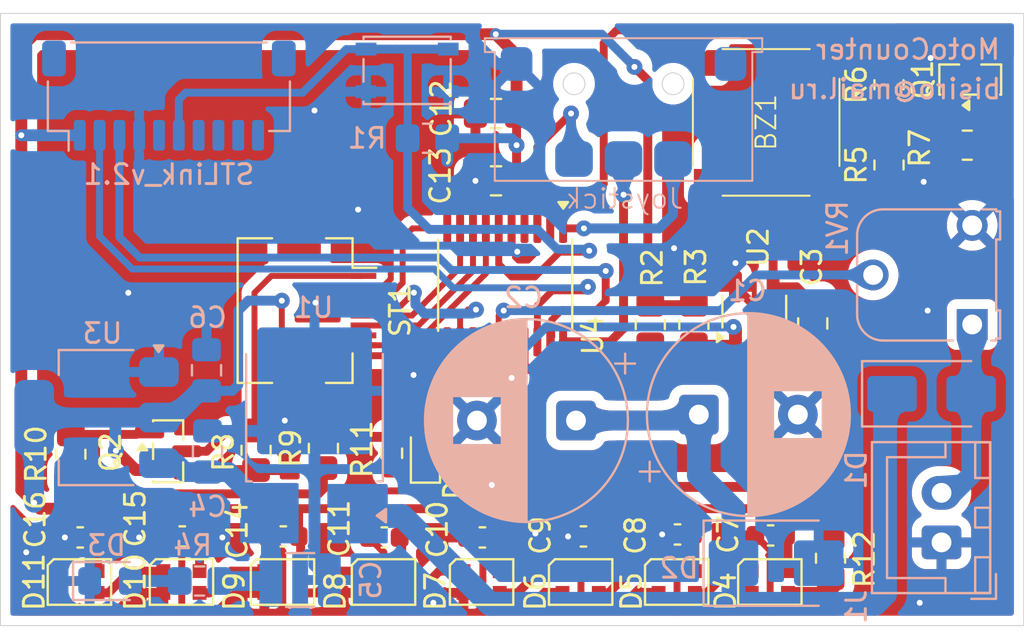
<source format=kicad_pcb>
(kicad_pcb (version 20241229) (generator "pcbnew") (generator_version "9.0")
  (layers (0 "F.Cu" signal) (2 "B.Cu" signal) (13 "F.Paste" user) (15 "B.Paste" user) (5 "F.SilkS" user "F.Silkscreen") (7 "B.SilkS" user "B.Silkscreen") (1 "F.Mask" user) (3 "B.Mask" user) (25 "Edge.Cuts" user))
  (net 0 "")
  (net 1 "Net-(BZ1-Pad2)")
  (net 2 "Net-(Q1-D)")
  (net 5 "Net-(D1-K)")
  (net 6 "GND")
  (net 7 "+3.3V")
  (net 8 "+5V")
  (net 9 "ADC")
  (net 10 "Net-(D3-A)")
  (net 11 "Net-(D4-DOUT)")
  (net 12 "ws2812")
  (net 13 "Net-(D5-DOUT)")
  (net 14 "Net-(D6-DOUT)")
  (net 15 "Net-(D7-DOUT)")
  (net 16 "Net-(D8-DOUT)")
  (net 17 "Net-(D10-DIN)")
  (net 18 "Net-(D10-DOUT)")
  (net 20 "SWCLK")
  (net 21 "SWDIO")
  (net 22 "rst")
  (net 23 "Net-(Q1-G)")
  (net 24 "Net-(Q2-G)")
  (net 25 "LED_display")
  (net 26 "SDA")
  (net 27 "SCL")
  (net 28 "buzzer")
  (net 29 "backlight")
  (net 30 "ADC2MCU")
  (net 32 "LEFT_BUTTON")
  (net 33 "RIGHT_BUTTON")
  (net 34 "OK_BUTTON")
  (net 35 "SCK")
  (net 36 "DC_disp")
  (net 37 "MOSI")
  (net 38 "RESET_disp")
  (net 39 "CS_disp")
  (net 40 "Net-(D12-K)")
  (net 41 "PWM_LED")
  (net 42 "Net-(D4-DIN)")
  (footprint "Capacitor_SMD:C_0603_1608Metric" (layer "F.Cu") (at 146.125 100.6)
    (property "Reference" "C10")
    (property "Value" "100n" (hide yes))
  )
  (footprint "Capacitor_SMD:C_0603_1608Metric" (layer "F.Cu") (at 160.675 100.5 180)
    (property "Reference" "C7")
    (property "Value" "100n" (hide yes))
  )
  (footprint "Capacitor_SMD:C_0805_2012Metric_Pad1.18x1.45mm_HandSolder" (layer "F.Cu") (at 146.8125 82.6)
    (property "Reference" "C13")
    (property "Value" "100n" (hide yes))
  )
  (footprint "Package_SO:TSSOP-20_4.4x6.5mm_P0.65mm" (layer "F.Cu") (at 147.275 87.8625 -90)
    (property "Reference" "U4")
    (property "Value" "STM32G030F6Px")
  )
  (footprint "Resistor_SMD:R_0805_2012Metric_Pad1.20x1.40mm_HandSolder" (layer "F.Cu") (at 156.8 89.85 -90)
    (property "Reference" "R3")
    (property "Value" "10k" (hide yes))
  )
  (footprint "Package_TO_SOT_SMD:SOT-23" (layer "F.Cu") (at 170.75 77.4875 90)
    (property "Reference" "Q1")
    (property "Value" "AO3400A" (hide yes))
  )
  (footprint "LED_SMD:LED_WS2812B-2020_PLCC4_2.0x2.0mm" (layer "F.Cu") (at 160.635 102.85)
    (property "Reference" "D4")
    (property "Value" "WS2812B-2020" (hide yes))
  )
  (footprint "Resistor_SMD:R_0805_2012Metric_Pad1.20x1.40mm_HandSolder" (layer "F.Cu") (at 134.7 96.2 90)
    (property "Reference" "R8")
    (property "Value" "100" (hide yes))
  )
  (footprint "Resistor_SMD:R_0805_2012Metric_Pad1.20x1.40mm_HandSolder" (layer "F.Cu") (at 154.6 89.85 -90)
    (property "Reference" "R2")
    (property "Value" "10k" (hide yes))
  )
  (footprint "Capacitor_SMD:C_0603_1608Metric" (layer "F.Cu") (at 136.075 100.55)
    (property "Reference" "C14")
    (property "Value" "100n" (hide yes))
  )
  (footprint "LED_SMD:LED_WS2812B-2020_PLCC4_2.0x2.0mm" (layer "F.Cu") (at 125.785 102.85)
    (property "Reference" "D11")
    (property "Value" "WS2812B-2020" (hide yes))
  )
  (footprint "own_library:Buzzer_7525" (layer "F.Cu") (at 160.45 79.65)
    (property "Reference" "BZ1")
    (property "Value" "BZ7525")
  )
  (footprint "Capacitor_SMD:C_0603_1608Metric" (layer "F.Cu") (at 125.825 100.6)
    (property "Reference" "C16")
    (property "Value" "100n" (hide yes))
  )
  (footprint "LED_SMD:LED_WS2812B-2020_PLCC4_2.0x2.0mm" (layer "F.Cu") (at 155.935 102.85)
    (property "Reference" "D5")
    (property "Value" "WS2812B-2020" (hide yes))
  )
  (footprint "LED_SMD:LED_WS2812B-2020_PLCC4_2.0x2.0mm" (layer "F.Cu") (at 141.135 102.85)
    (property "Reference" "D8")
    (property "Value" "WS2812B-2020" (hide yes))
  )
  (footprint "LED_SMD:LED_WS2812B-2020_PLCC4_2.0x2.0mm" (layer "F.Cu") (at 136.035 102.85)
    (property "Reference" "D9")
    (property "Value" "WS2812B-2020" (hide yes))
  )
  (footprint "Package_TO_SOT_SMD:SOT-23-5_HandSoldering" (layer "F.Cu") (at 159.85 89.3 90)
    (property "Reference" "U2")
    (property "Value" "AT24CS02-STUM" (hide yes))
  )
  (footprint "Capacitor_SMD:C_0603_1608Metric" (layer "F.Cu") (at 141.175 100.6)
    (property "Reference" "C11")
    (property "Value" "100n" (hide yes))
  )
  (footprint "Capacitor_SMD:C_0603_1608Metric" (layer "F.Cu") (at 151.225 100.55)
    (property "Reference" "C9")
    (property "Value" "100n" (hide yes))
  )
  (footprint "Package_TO_SOT_SMD:SOT-23" (layer "F.Cu") (at 130.2625 96.25)
    (property "Reference" "Q2")
    (property "Value" "AO3401A" (hide yes))
  )
  (footprint "Connector_FFC-FPC:Hirose_FH12-8S-0.5SH_1x08-1MP_P0.50mm_Horizontal" (layer "F.Cu") (at 138.27074 89.15 -90)
    (property "Reference" "ST1")
    (property "Value" "display")
  )
  (footprint "Capacitor_SMD:C_0805_2012Metric_Pad1.18x1.45mm_HandSolder" (layer "F.Cu") (at 162.8 89.8 -90)
    (property "Reference" "C3")
    (property "Value" "100n" (hide yes))
  )
  (footprint "Capacitor_SMD:C_0603_1608Metric" (layer "F.Cu") (at 130.975 100.55)
    (property "Reference" "C15")
    (property "Value" "100n" (hide yes))
  )
  (footprint "LED_SMD:LED_WS2812B-2020_PLCC4_2.0x2.0mm" (layer "F.Cu") (at 146.085 102.85)
    (property "Reference" "D7")
    (property "Value" "WS2812B-2020" (hide yes))
  )
  (footprint "Resistor_SMD:R_0805_2012Metric_Pad1.20x1.40mm_HandSolder" (layer "F.Cu") (at 138.1 96.1 90)
    (property "Reference" "R9")
    (property "Value" "100" (hide yes))
  )
  (footprint "Capacitor_SMD:C_0805_2012Metric_Pad1.18x1.45mm_HandSolder" (layer "F.Cu") (at 146.8125 79.2)
    (property "Reference" "C12")
    (property "Value" "4.7u" (hide yes))
  )
  (footprint "Resistor_SMD:R_0805_2012Metric_Pad1.20x1.40mm_HandSolder" (layer "F.Cu") (at 163.7 101.65 90)
    (property "Reference" "R12")
    (property "Value" "220" (hide yes))
  )
  (footprint "LED_SMD:LED_WS2812B-2020_PLCC4_2.0x2.0mm" (layer "F.Cu") (at 130.935 102.85)
    (property "Reference" "D10")
    (property "Value" "WS2812B-2020" (hide yes))
  )
  (footprint "LED_SMD:LED_0603_1608Metric" (layer "F.Cu") (at 143.25 96.35 90)
    (property "Reference" "D12")
    (property "Value" "LED" (hide yes))
  )
  (footprint "Resistor_SMD:R_0805_2012Metric_Pad1.20x1.40mm_HandSolder" (layer "F.Cu") (at 166.65 81.8 90)
    (property "Reference" "R5")
    (property "Value" "22R" (hide yes))
  )
  (footprint "Resistor_SMD:R_0805_2012Metric_Pad1.20x1.40mm_HandSolder" (layer "F.Cu") (at 166.65 77.75 90)
    (property "Reference" "R6")
    (property "Value" "100" (hide yes))
  )
  (footprint "Capacitor_SMD:C_0603_1608Metric" (layer "F.Cu") (at 155.975 100.45 180)
    (property "Reference" "C8")
    (property "Value" "100n" (hide yes))
  )
  (footprint "Resistor_SMD:R_0805_2012Metric_Pad1.20x1.40mm_HandSolder" (layer "F.Cu") (at 170.6 80.8)
    (property "Reference" "R7")
    (property "Value" "1k" (hide yes))
  )
  (footprint "Resistor_SMD:R_0603_1608Metric" (layer "F.Cu") (at 141.55 96.35 90)
    (property "Reference" "R11")
    (property "Value" "1k" (hide yes))
  )
  (footprint "Resistor_SMD:R_0805_2012Metric_Pad1.20x1.40mm_HandSolder" (layer "F.Cu") (at 125.35 96.4 -90)
    (property "Reference" "R10")
    (property "Value" "10k" (hide yes))
  )
  (footprint "LED_SMD:LED_WS2812B-2020_PLCC4_2.0x2.0mm" (layer "F.Cu") (at 151.085 102.85)
    (property "Reference" "D6")
    (property "Value" "WS2812B-2020" (hide yes))
  )
  (footprint "Button_Switch_SMD:SW_SPST_PTS810" (layer "B.Cu") (at 142.325 77.025)
    (property "Reference" "rst_but1" (hide yes))
    (property "Value" "SW2")
  )
  (footprint "Capacitor_SMD:C_0805_2012Metric_Pad1.18x1.45mm_HandSolder" (layer "B.Cu") (at 132.25 96.2625 90)
    (property "Reference" "C4")
    (property "Value" "100n" (hide yes))
  )
  (footprint "Potentiometer_THT:Potentiometer_Runtron_RM-065_Vertical" (layer "B.Cu") (at 170.85 89.85 90)
    (property "Reference" "RV1")
    (property "Value" "50k" (hide yes))
  )
  (footprint "Capacitor_SMD:C_1210_3225Metric" (layer "B.Cu") (at 136.925 102.75)
    (property "Reference" "C5")
    (property "Value" "100n" (hide yes))
  )
  (footprint "Capacitor_THT:CP_Radial_D10.0mm_P5.00mm" (layer "B.Cu") (at 157.05 94.4)
    (property "Reference" "C1")
    (property "Value" "1000uF" (hide yes))
  )
  (footprint "Package_TO_SOT_SMD:SOT-223-3_TabPin2" (layer "B.Cu") (at 126.65 94.55 180)
    (property "Reference" "U3")
    (property "Value" "AMS1117-3.3" (hide yes))
  )
  (footprint "Diode_SMD:D_SMA" (layer "B.Cu") (at 168.8 93.35)
    (property "Reference" "D1")
    (property "Value" "SS34" (hide yes))
  )
  (footprint "LED_SMD:LED_0805_2012Metric_Pad1.15x1.40mm_HandSolder" (layer "B.Cu") (at 127.325 102.8)
    (property "Reference" "D3")
    (property "Value" "LED" (hide yes))
  )
  (footprint "Resistor_SMD:R_0805_2012Metric_Pad1.20x1.40mm_HandSolder" (layer "B.Cu") (at 143.35 80.45 180)
    (property "Reference" "R1")
    (property "Value" "10k" (hide yes))
  )
  (footprint "Connector_JST:JST_XH_B2B-XH-A_1x02_P2.50mm_Vertical" (layer "B.Cu") (at 169.3 100.85 90)
    (property "Reference" "J1")
    (property "Value" "Conn_01x02_Socket" (hide yes))
  )
  (footprint "Capacitor_SMD:C_0805_2012Metric_Pad1.18x1.45mm_HandSolder" (layer "B.Cu") (at 132.2 92.1625 90)
    (property "Reference" "C6")
    (property "Value" "2.2uF" (hide yes))
  )
  (footprint "Diode_SMD:D_SMB" (layer "B.Cu") (at 160.95 101.9)
    (property "Reference" "D2")
    (property "Value" "SMAJ16A" (hide yes))
  )
  (footprint "Resistor_SMD:R_0805_2012Metric_Pad1.20x1.40mm_HandSolder" (layer "B.Cu") (at 131.85 102.8)
    (property "Reference" "R4")
    (property "Value" "10k" (hide yes))
  )
  (footprint "own_library:slide_button" (layer "B.Cu") (at 153.25 75.9 180)
    (property "Reference" "Joystick")
    (property "Value" "~" (hide yes))
    (fp_circle (center 2.5 -1.8) (end 3.05 -1.8) (stroke (width 0.05)) (fill no) (layer "Edge.Cuts"))
    (fp_circle (center -2.5 -1.8) (end -1.95 -1.8) (stroke (width 0.05)) (fill no) (layer "Edge.Cuts"))
  )
  (footprint "Capacitor_THT:CP_Radial_D10.0mm_P5.00mm" (layer "B.Cu") (at 150.85 94.7 180)
    (property "Reference" "C2")
    (property "Value" "1000uF" (hide yes))
  )
  (footprint "Package_TO_SOT_SMD:TO-252-2" (layer "B.Cu") (at 137.65 94.46 90)
    (property "Reference" "U1")
    (property "Value" "L7805" (hide yes))
  )
  (footprint "Connector_JST:JST_SH_SM10B-SRSS-TB_1x10-1MP_P1.00mm_Horizontal" (layer "B.Cu") (at 130.3 78.3)
    (property "Reference" "STLink_v2.1")
    (property "Value" "~")
  )
  (gr_rect (start 134 97.95) (end 136.75 100.8) (stroke (width 0.2)) (fill yes) (layers "B.Cu" "B.Mask") (net 8))
  (gr_rect (start 138.4 98) (end 141.25 100.8) (stroke (width 0.2)) (fill yes) (layers "B.Cu" "B.Mask") (net 5))
  (gr_rect (start 121.8 74.15) (end 173.45 105.05) (stroke (width 0.05)) (fill no) (layer "Edge.Cuts"))
  (gr_text "bisiro@mail.ru" (at 172.4 78.55 0) (layer "B.SilkS") (effects (font (size 1 1)) (justify left bottom mirror)))
  (gr_text "MotoCounter\n" (at 172.35 76.55 0) (layer "B.SilkS") (effects (font (size 1 1)) (justify left bottom mirror)))
  (segment (start 157.45 81) (end 157.45 82.65) (width 0.4) (layer "F.Cu") (net 1))
  (segment (start 166.65 80.8) (end 166.15 80.3) (width 0.4) (layer "F.Cu") (net 1))
  (segment (start 158.15 80.3) (end 157.45 81) (width 0.4) (layer "F.Cu") (net 1))
  (segment (start 166.15 80.3) (end 158.15 80.3) (width 0.4) (layer "F.Cu") (net 1))
  (segment (start 163.8 84.35) (end 168.55 84.35) (width 0.4) (layer "F.Cu") (net 2))
  (segment (start 169.7 83.2) (end 172 83.2) (width 0.4) (layer "F.Cu") (net 2))
  (segment (start 163.45 84) (end 163.8 84.35) (width 0.4) (layer "F.Cu") (net 2))
  (segment (start 172.2 76.85) (end 171.05 76.85) (width 0.4) (layer "F.Cu") (net 2))
  (segment (start 172.7 77.35) (end 172.2 76.85) (width 0.4) (layer "F.Cu") (net 2))
  (segment (start 171.05 76.85) (end 170.75 76.55) (width 0.35) (layer "F.Cu") (net 2))
  (segment (start 163.45 82.65) (end 163.45 84) (width 0.4) (layer "F.Cu") (net 2))
  (segment (start 168.55 84.35) (end 169.7 83.2) (width 0.4) (layer "F.Cu") (net 2))
  (segment (start 172.7 82.5) (end 172.7 77.35) (width 0.4) (layer "F.Cu") (net 2))
  (segment (start 172 83.2) (end 172.7 82.5) (width 0.4) (layer "F.Cu") (net 2))
  (segment (start 156.75 94.7) (end 157.05 94.4) (width 1) (layer "F.Cu") (net 5))
  (segment (start 150.85 94.7) (end 156.75 94.7) (width 1) (layer "F.Cu") (net 5))
  (segment (start 157.05 97.45) (end 158.8 99.2) (width 1.2) (layer "B.Cu") (net 5))
  (segment (start 165.95 103.95) (end 146.5 103.95) (width 1.2) (layer "B.Cu") (net 5))
  (segment (start 156.65 94.4) (end 156.35 94.7) (width 0.6) (layer "B.Cu") (net 5))
  (segment (start 166.8 93.35) (end 166.45 93.7) (width 1.2) (layer "B.Cu") (net 5))
  (segment (start 166.45 93.7) (end 166.45 103.45) (width 1.2) (layer "B.Cu") (net 5))
  (segment (start 157.05 94.4) (end 156.65 94.4) (width 0.6) (layer "B.Cu") (net 5))
  (segment (start 142.07 99.52) (end 139.95 99.52) (width 1.2) (layer "B.Cu") (net 5))
  (segment (start 139.95 99.52) (end 139.93 99.5) (width 1) (layer "B.Cu") (net 5))
  (segment (start 146.5 103.95) (end 142.07 99.52) (width 1.2) (layer "B.Cu") (net 5))
  (segment (start 156.35 94.7) (end 150.85 94.7) (width 1) (layer "B.Cu") (net 5))
  (segment (start 157.05 94.4) (end 157.05 97.45) (width 1.2) (layer "B.Cu") (net 5))
  (segment (start 158.8 99.2) (end 158.8 103.8) (width 1.2) (layer "B.Cu") (net 5))
  (segment (start 166.45 103.45) (end 165.95 103.95) (width 1.2) (layer "B.Cu") (net 5))
  (segment (start 146.15 101.4) (end 146.15 104.374) (width 0.35) (layer "F.Cu") (net 6))
  (segment (start 135.3 100.55) (end 136.05 101.3) (width 0.35) (layer "F.Cu") (net 6))
  (segment (start 140.4 100.6) (end 141.15 101.35) (width 0.35) (layer "F.Cu") (net 6))
  (segment (start 141.5 87.55) (end 141.5 83.65) (width 0.3) (layer "F.Cu") (net 6))
  (segment (start 159.9 100.5) (end 160.65 101.25) (width 0.35) (layer "F.Cu") (net 6))
  (segment (start 138.55 87.9) (end 137.7 88.75) (width 0.3) (layer "F.Cu") (net 6))
  (segment (start 155.2 100.45) (end 155.95 101.2) (width 0.35) (layer "F.Cu") (net 6))
  (segment (start 159.85 88.9) (end 159.85 90.65) (width 0.45) (layer "F.Cu") (net 6))
  (segment (start 158.9 87.95) (end 159.85 88.9) (width 0.45) (layer "F.Cu") (net 6))
  (segment (start 150.45 100.55) (end 151.1 101.2) (width 0.35) (layer "F.Cu") (net 6))
  (segment (start 141.15 87.9) (end 141.5 87.55) (width 0.3) (layer "F.Cu") (net 6))
  (segment (start 151.1 103.9) (end 151.1 104.15) (width 0.35) (layer "F.Cu") (net 6))
  (segment (start 147.6 85.9) (end 147.6 85) (width 0.4) (layer "F.Cu") (net 6))
  (segment (start 158.9 87.95) (end 158.9 86.75) (width 0.45) (layer "F.Cu") (net 6))
  (segment (start 155.95 101.2) (end 155.95 104.374) (width 0.35) (layer "F.Cu") (net 6))
  (segment (start 145.35 100.6) (end 146.15 101.4) (width 0.35) (layer "F.Cu") (net 6))
  (segment (start 151.1 101.2) (end 151.1 103.9) (width 0.35) (layer "F.Cu") (net 6))
  (segment (start 160.65 101.25) (end 160.65 104.374) (width 0.35) (layer "F.Cu") (net 6))
  (segment (start 142.55 82.6) (end 145.775 82.6) (width 0.3) (layer "F.Cu") (net 6))
  (segment (start 130.95 101.3) (end 130.95 104.374) (width 0.35) (layer "F.Cu") (net 6))
  (segment (start 142.35 104.374) (end 164.05 104.374) (width 0.35) (layer "F.Cu") (net 6))
  (segment (start 131.124 104.374) (end 122.774 104.374) (width 0.35) (layer "F.Cu") (net 6))
  (segment (start 145.775 82.6) (end 145.775 83.275) (width 0.35) (layer "F.Cu") (net 6))
  (segment (start 147.6 84.05) (end 147.6 85) (width 0.35) (layer "F.Cu") (net 6))
  (segment (start 136.05 101.3) (end 136.05 104.374) (width 0.35) (layer "F.Cu") (net 6))
  (segment (start 141.15 101.35) (end 141.15 104.374) (width 0.35) (layer "F.Cu") (net 6))
  (segment (start 131.124 104.374) (end 142.35 104.374) (width 0.35) (layer "F.Cu") (net 6))
  (segment (start 141.5 83.65) (end 142.55 82.6) (width 0.3) (layer "F.Cu") (net 6))
  (segment (start 140.12074 87.9) (end 138.55 87.9) (width 0.3) (layer "F.Cu") (net 6))
  (segment (start 147.877501 86.177501) (end 147.6 85.9) (width 0.4) (layer "F.Cu") (net 6))
  (segment (start 145.775 83.275) (end 146.15 83.65) (width 0.35) (layer "F.Cu") (net 6))
  (segment (start 130.2 100.55) (end 130.95 101.3) (width 0.35) (layer "F.Cu") (net 6))
  (segment (start 147.2 83.65) (end 147.6 84.05) (width 0.35) (layer "F.Cu") (net 6))
  (segment (start 137.7 88.75) (end 137.25 89.2) (width 0.3) (layer "F.Cu") (net 6))
  (segment (start 146.15 83.65) (end 147.2 83.65) (width 0.35) (layer "F.Cu") (net 6))
  (segment (start 147.884575 86.177501) (end 147.877501 86.177501) (width 0.4) (layer "F.Cu") (net 6))
  (segment (start 140.12074 87.9) (end 141.15 87.9) (width 0.3) (layer "F.Cu") (net 6))
  (via (at 139.85 84.05) (size 0.6) (drill 0.3) (layers "F.Cu" "B.Cu") (net 6))
  (via (at 168.6 89.15) (size 0.8) (drill 0.3) (layers "F.Cu" "B.Cu") (net 6))
  (via (at 125.05 100.6) (size 0.6) (drill 0.3) (layers "F.Cu" "B.Cu") (net 6))
  (via (at 146.6 97.95) (size 0.8) (drill 0.3) (layers "F.Cu" "B.Cu") (net 6))
  (via (at 136.15 94.7) (size 0.8) (drill 0.3) (layers "F.Cu" "B.Cu") (net 6))
  (via (at 142.65 92.4) (size 0.8) (drill 0.3) (layers "F.Cu" "B.Cu") (net 6))
  (via (at 147.884575 86.177501) (size 0.6) (drill 0.3) (layers "F.Cu" "B.Cu") (net 6))
  (via (at 148.8 100.4) (size 0.8) (drill 0.3) (layers "F.Cu" "B.Cu") (net 6))
  (via (at 137.65 79.05) (size 0.8) (drill 0.3) (layers "F.Cu" "B.Cu") (net 6))
  (via (at 155.8 86) (size 0.8) (drill 0.3) (layers "F.Cu" "B.Cu") (net 6))
  (via (at 133 100.6) (size 0.8) (drill 0.3) (layers "F.Cu" "B.Cu") (net 6))
  (via (at 158.9 86.75) (size 0.8) (drill 0.3) (layers "F.Cu" "B.Cu") (net 6))
  (via (at 137.7 88.75) (size 0.8) (drill 0.3) (layers "F.Cu" "B.Cu") (net 6))
  (via (at 150.45 100.55) (size 0.8) (drill 0.3) (layers "F.Cu" "B.Cu") (net 6))
  (via (at 168.2 103.9) (size 0.8) (drill 0.3) (layers "F.Cu" "B.Cu") (net 6))
  (via (at 168.4 82.65) (size 0.8) (drill 0.3) (layers "F.Cu" "B.Cu") (net 6))
  (via (at 123.1 101.35) (size 0.8) (drill 0.3) (layers "F.Cu" "B.Cu") (net 6))
  (via (at 168.75 76.4) (size 0.8) (drill 0.3) (layers "F.Cu" "B.Cu") (net 6))
  (via (at 128.25 88.25) (size 0.8) (drill 0.3) (layers "F.Cu" "B.Cu") (net 6))
  (via (at 143.65 103.9) (size 0.6) (drill 0.3) (layers "F.Cu" "B.Cu") (net 6))
  (via (at 128.8 100.6) (size 0.8) (drill 0.3) (layers "F.Cu" "B.Cu") (net 6))
  (via (at 144.4 78.1) (size 0.6) (drill 0.3) (layers "F.Cu" "B.Cu") (net 6))
  (via (at 145.775 82.6) (size 0.8) (drill 0.3) (layers "F.Cu" "B.Cu") (net 6))
  (via (at 155.2 100.45) (size 0.8) (drill 0.3) (layers "F.Cu" "B.Cu") (net 6))
  (segment (start 137.65 102) (end 138.4 102.75) (width 0.6) (layer "B.Cu") (net 6))
  (segment (start 135.625 95.225) (end 136.15 94.7) (width 0.4) (layer "B.Cu") (net 6))
  (segment (start 140.773 85.873) (end 139.845 84.945) (width 0.4) (layer "B.Cu") (net 6))
  (segment (start 147.884575 86.177501) (end 147.580074 85.873) (width 0.4) (layer "B.Cu") (net 6))
  (segment (start 146.85 76.7) (end 145.55 75.4) (width 0.6) (layer "B.Cu") (net 6))
  (segment (start 132.2 89.55) (end 132.1 89.45) (width 0.4) (layer "B.Cu") (net 6))
  (segment (start 147.85 76.7) (end 146.85 76.7) (width 0.6) (layer "B.Cu") (net 6))
  (segment (start 147.580074 85.873) (end 140.773 85.873) (width 0.4) (layer "B.Cu") (net 6))
  (segment (start 137.65 93.2) (end 137.65 102) (width 0.6) (layer "B.Cu") (net 6))
  (segment (start 132.25 95.225) (end 135.625 95.225) (width 0.6) (layer "B.Cu") (net 6))
  (segment (start 139.85 84.94) (end 139.85 84.05) (width 0.4) (layer "B.Cu") (net 6))
  (segment (start 132.2 91.125) (end 132.2 89.55) (width 0.4) (layer "B.Cu") (net 6))
  (segment (start 139.845 84.945) (end 139.85 84.94) (width 0.4) (layer "B.Cu") (net 6))
  (segment (start 136.15 94.7) (end 137.65 93.2) (width 0.4) (layer "B.Cu") (net 6))
  (segment (start 140.12074 90.4) (end 136.35 90.4) (width 0.3) (layer "F.Cu") (net 7))
  (segment (start 160.8 81.8) (end 160.8 85.85) (width 0.45) (layer "F.Cu") (net 7))
  (segment (start 147.85 82.6) (end 147.85 79.2) (width 0.45) (layer "F.Cu") (net 7))
  (segment (start 148.25 83) (end 147.85 82.6) (width 0.35) (layer "F.Cu") (net 7))
  (segment (start 156.75 100.45) (end 156.75 99.15) (width 0.45) (layer "F.Cu") (net 7))
  (segment (start 156.8 86.8) (end 157.75 85.85) (width 0.45) (layer "F.Cu") (net 7))
  (segment (start 152.1 99.15) (end 156.75 99.15) (width 0.45) (layer "F.Cu") (net 7))
  (segment (start 160.8 85.85) (end 160.8 87.95) (width 0.45) (layer "F.Cu") (net 7))
  (segment (start 156.85 100.55) (end 156.75 100.45) (width 0.45) (layer "F.Cu") (net 7))
  (segment (start 131.85 102.3) (end 131.85 100.65) (width 0.45) (layer "F.Cu") (net 7))
  (segment (start 125.35 99.15) (end 126.6 99.15) (width 0.6) (layer "F.Cu") (net 7))
  (segment (start 166.65 82.8) (end 165 81.15) (width 0.45) (layer "F.Cu") (net 7))
  (segment (start 156.8 88.85) (end 156.8 86.8) (width 0.45) (layer "F.Cu") (net 7))
  (segment (start 165 81.15) (end 161.45 81.15) (width 0.45) (layer "F.Cu") (net 7))
  (segment (start 127.65 96.225) (end 127.625 96.225) (width 0.6) (layer "F.Cu") (net 7))
  (segment (start 136 90.05) (end 136 88.65) (width 0.3) (layer "F.Cu") (net 7))
  (segment (start 152 100.55) (end 152 99.25) (width 0.45) (layer "F.Cu") (net 7))
  (segment (start 142.05 99.15) (end 146.85 99.15) (width 0.45) (layer "F.Cu") (net 7))
  (segment (start 154.474 88.724) (end 154.474 77.524) (width 0.45) (layer "F.Cu") (net 7))
  (segment (start 136.85 99.2) (end 136.8 99.15) (width 0.45) (layer "F.Cu") (net 7))
  (segment (start 152 102.3) (end 152 100.55) (width 0.45) (layer "F.Cu") (net 7))
  (segment (start 141.95 100.6) (end 141.95 99.25) (width 0.45) (layer "F.Cu") (net 7))
  (segment (start 161.45 99.55) (end 161.45 100.5) (width 0.45) (layer "F.Cu") (net 7))
  (segment (start 136.35 90.4) (end 136 90.05) (width 0.3) (layer "F.Cu") (net 7))
  (segment (start 161.9875 87.95) (end 162.8 88.7625) (width 0.45) (layer "F.Cu") (net 7))
  (segment (start 126.6 99.15) (end 131.8 99.15) (width 0.45) (layer "F.Cu") (net 7))
  (segment (start 161.55 100.6) (end 161.45 100.5) (width 0.45) (layer "F.Cu") (net 7))
  (segment (start 154.6 88.85) (end 156.8 88.85) (width 0.45) (layer "F.Cu") (net 7))
  (segment (start 154.474 77.524) (end 153.8 76.85) (width 0.45) (layer "F.Cu") (net 7))
  (segment (start 122.85 80.15) (end 122.85 80.3) (width 0.6) (layer "F.Cu") (net 7))
  (segment (start 131.85 100.65) (end 131.75 100.55) (width 0.45) (layer "F.Cu") (net 7))
  (segment (start 152 99.25) (end 152.1 99.15) (width 0.45) (layer "F.Cu") (net 7))
  (segment (start 161.45 81.15) (end 160.8 81.8) (width 0.45) (layer "F.Cu") (net 7))
  (segment (start 146.8 75.2) (end 147.85 76.25) (width 0.6) (layer "F.Cu") (net 7))
  (segment (start 156.85 102.3) (end 156.85 100.55) (width 0.45) (layer "F.Cu") (net 7))
  (segment (start 126.6 99.15) (end 126.6 100.6) (width 0.45) (layer "F.Cu") (net 7))
  (segment (start 141.95 99.25) (end 142.05 99.15) (width 0.45) (layer "F.Cu") (net 7))
  (segment (start 122.85 75.85) (end 123.5 75.2) (width 0.6) (layer "F.Cu") (net 7))
  (segment (start 131.75 99.2) (end 131.8 99.15) (width 0.45) (layer "F.Cu") (net 7))
  (segment (start 156.75 99.15) (end 161.05 99.15) (width 0.45) (layer "F.Cu") (net 7))
  (segment (start 126.7 100.7) (end 126.6 100.6) (width 0.45) (layer "F.Cu") (net 7))
  (segment (start 147 102.3) (end 147 100.7) (width 0.45) (layer "F.Cu") (net 7))
  (segment (start 123.8 99.15) (end 125.35 99.15) (width 0.6) (layer "F.Cu") (net 7))
  (segment (start 123.5 98.85) (end 123.8 99.15) (width 0.6) (layer "F.Cu") (net 7))
  (segment (start 128.625 97.2) (end 127.65 96.225) (width 0.6) (layer "F.Cu") (net 7))
  (segment (start 122.85 80.15) (end 122.85 75.85) (width 0.6) (layer "F.Cu") (net 7))
  (segment (start 154.6 88.85) (end 154.474 88.724) (width 0.45) (layer "F.Cu") (net 7))
  (segment (start 147 100.7) (end 146.9 100.6) (width 0.45) (layer "F.Cu") (net 7))
  (segment (start 131.8 99.15) (end 136.8 99.15) (width 0.45) (layer "F.Cu") (net 7))
  (segment (start 136.85 100.55) (end 136.85 99.2) (width 0.45) (layer "F.Cu") (net 7))
  (segment (start 146.85 99.15) (end 152.1 99.15) (width 0.45) (layer "F.Cu") (net 7))
  (segment (start 125.35 97.4) (end 125.35 99.15) (width 0.6) (layer "F.Cu") (net 7))
  (segment (start 146.9 100.6) (end 146.9 99.2) (width 0.45) (layer "F.Cu") (net 7))
  (segment (start 136.95 102.3) (end 136.95 100.65) (width 0.45) (layer "F.Cu") (net 7))
  (segment (start 146.9 99.2) (end 146.85 99.15) (width 0.45) (layer "F.Cu") (net 7))
  (segment (start 122.85 80.3) (end 122.85 98.2) (width 0.6) (layer "F.Cu") (net 7))
  (segment (start 131.75 100.55) (end 131.75 99.2) (width 0.45) (layer "F.Cu") (net 7))
  (segment (start 148.25 85) (end 148.25 83) (width 0.35) (layer "F.Cu") (net 7))
  (segment (start 126.7 102.3) (end 126.7 100.7) (width 0.45) (layer "F.Cu") (net 7))
  (segment (start 129.325 97.2) (end 128.625 97.2) (width 0.4) (layer "F.Cu") (net 7))
  (segment (start 157.75 85.85) (end 160.8 85.85) (width 0.45) (layer "F.Cu") (net 7))
  (segment (start 147.85 76.25) (end 147.85 79.2) (width 0.6) (layer "F.Cu") (net 7))
  (segment (start 161.05 99.15) (end 161.45 99.55) (width 0.45) (layer "F.Cu") (net 7))
  (segment (start 122.85 98.2) (end 123.5 98.85) (width 0.6) (layer "F.Cu") (net 7))
  (segment (start 160.8 87.95) (end 161.9875 87.95) (width 0.45) (layer "F.Cu") (net 7))
  (segment (start 142.05 102.3) (end 142.05 100.7) (width 0.45) (layer "F.Cu") (net 7))
  (segment (start 123.5 75.2) (end 146.8 75.2) (width 0.6) (layer "F.Cu") (net 7))
  (segment (start 136.95 100.65) (end 136.85 100.55) (width 0.45) (layer "F.Cu") (net 7))
  (segment (start 161.55 102.3) (end 161.55 100.6) (width 0.45) (layer "F.Cu") (net 7))
  (segment (start 142.05 100.7) (end 141.95 100.6) (width 0.45) (layer "F.Cu") (net 7))
  (segment (start 136.8 99.15) (end 142.05 99.15) (width 0.45) (layer "F.Cu") (net 7))
  (via (at 122.85 80.3) (size 0.6) (drill 0.3) (layers "F.Cu" "B.Cu") (net 7))
  (via (at 153.8 76.85) (size 0.8) (drill 0.3) (layers "F.Cu" "B.Cu") (net 7))
  (via (at 123.5 98.85) (size 0.6) (drill 0.3) (layers "F.Cu" "B.Cu") (net 7))
  (via (at 136 88.65) (size 0.8) (drill 0.3) (layers "F.Cu" "B.Cu") (net 7))
  (via (at 146.8 75.2) (size 0.6) (drill 0.3) (layers "F.Cu" "B.Cu") (net 7))
  (via (at 147.85 80.8) (size 0.8) (drill 0.3) (layers "F.Cu" "B.Cu") (net 7))
  (via (at 127.625 96.225) (size 0.8) (drill 0.3) (layers "F.Cu" "B.Cu") (net 7))
  (segment (start 133.8 89.15) (end 133.8 92.9) (width 0.5) (layer "B.Cu") (net 7))
  (segment (start 131.85 93.2) (end 132.2 93.2) (width 0.6) (layer "B.Cu") (net 7))
  (segment (start 127.6 96.175) (end 127.6 94.55) (width 0.6) (layer "B.Cu") (net 7))
  (segment (start 127.6 94.55) (end 123.5 94.55) (width 1) (layer "B.Cu") (net 7))
  (segment (start 130.5 94.55) (end 131.85 93.2) (width 1) (layer "B.Cu") (net 7))
  (segment (start 147.85 80.8) (end 147.85 80.7) (width 0.5) (layer "B.Cu") (net 7))
  (segment (start 147.6 80.45) (end 144.35 80.45) (width 0.5) (layer "B.Cu") (net 7))
  (segment (start 147.85 80.7) (end 147.6 80.45) (width 0.5) (layer "B.Cu") (net 7))
  (segment (start 129.8 94.55) (end 130.5 94.55) (width 0.6) (layer "B.Cu") (net 7))
  (segment (start 144.35 80.45) (end 144.35 81.05) (width 0.4) (layer "B.Cu") (net 7))
  (segment (start 153.8 76.85) (end 152.15 75.2) (width 0.45) (layer "B.Cu") (net 7))
  (segment (start 123.5 94.55) (end 123.5 98.85) (width 1) (layer "B.Cu") (net 7))
  (segment (start 129.8 94.55) (end 127.6 94.55) (width 1) (layer "B.Cu") (net 7))
  (segment (start 133.5 93.2) (end 132.2 93.2) (width 0.5) (layer "B.Cu") (net 7))
  (segment (start 127.625 96.225) (end 127.625 96.2) (width 0.6) (layer "B.Cu") (net 7))
  (segment (start 136 88.65) (end 134.3 88.65) (width 0.5) (layer "B.Cu") (net 7))
  (segment (start 123 80.3) (end 125.8 80.3) (width 0.6) (layer "B.Cu") (net 7))
  (segment (start 134.3 88.65) (end 133.8 89.15) (width 0.5) (layer "B.Cu") (net 7))
  (segment (start 144.35 81.6) (end 144.35 80.45) (width 0.6) (layer "B.Cu") (net 7))
  (segment (start 133.8 92.9) (end 133.5 93.2) (width 0.5) (layer "B.Cu") (net 7))
  (segment (start 152.15 75.2) (end 146.8 75.2) (width 0.45) (layer "B.Cu") (net 7))
  (segment (start 127.625 96.2) (end 127.6 96.175) (width 0.6) (layer "B.Cu") (net 7))
  (segment (start 130.65 96.85) (end 131.1 97.3) (width 1) (layer "B.Cu") (net 8))
  (segment (start 135.45 99.58) (end 135.37 99.5) (width 0.6) (layer "B.Cu") (net 8))
  (segment (start 135.45 102.75) (end 135.45 99.58) (width 1) (layer "B.Cu") (net 8))
  (segment (start 129.8 96.85) (end 130.65 96.85) (width 0.6) (layer "B.Cu") (net 8))
  (segment (start 135.375 99.375) (end 133.3 97.3) (width 1) (layer "B.Cu") (net 8))
  (segment (start 131.1 97.3) (end 132.25 97.3) (width 1) (layer "B.Cu") (net 8))
  (segment (start 133.3 97.3) (end 132.25 97.3) (width 1) (layer "B.Cu") (net 8))
  (segment (start 132.85 102.8) (end 135.4 102.8) (width 1) (layer "B.Cu") (net 8))
  (segment (start 169.9 98.35) (end 170.8 97.45) (width 1) (layer "B.Cu") (net 9))
  (segment (start 169.3 98.35) (end 169.9 98.35) (width 0.6) (layer "B.Cu") (net 9))
  (segment (start 170.8 97.45) (end 170.8 93.35) (width 1) (layer "B.Cu") (net 9))
  (segment (start 170.8 93.35) (end 170.8 89.9) (width 1) (layer "B.Cu") (net 9))
  (segment (start 170.8 89.9) (end 170.85 89.85) (width 0.6) (layer "B.Cu") (net 9))
  (segment (start 128.35 102.8) (end 130.85 102.8) (width 0.6) (layer "B.Cu") (net 10))
  (segment (start 157.45 103.4) (end 158.55 102.3) (width 0.45) (layer "F.Cu") (net 11))
  (segment (start 156.85 103.4) (end 157.45 103.4) (width 0.45) (layer "F.Cu") (net 11))
  (segment (start 158.55 102.3) (end 159.72 102.3) (width 0.45) (layer "F.Cu") (net 11))
  (segment (start 163.7 98.9) (end 163.7 100.65) (width 0.5) (layer "F.Cu") (net 12))
  (segment (start 146.3 92.55) (end 148.6 94.85) (width 0.5) (layer "F.Cu") (net 12))
  (segment (start 146.3 90.725) (end 146.3 92.55) (width 0.4) (layer "F.Cu") (net 12))
  (segment (start 149.6 98.05) (end 162.85 98.05) (width 0.5) (layer "F.Cu") (net 12))
  (segment (start 148.6 94.85) (end 148.6 97.05) (width 0.5) (layer "F.Cu") (net 12))
  (segment (start 162.85 98.05) (end 163.7 98.9) (width 0.5) (layer "F.Cu") (net 12))
  (segment (start 148.6 97.05) (end 149.6 98.05) (width 0.5) (layer "F.Cu") (net 12))
  (segment (start 152.5 103.4) (end 153.6 102.3) (width 0.45) (layer "F.Cu") (net 13))
  (segment (start 152 103.4) (end 152.5 103.4) (width 0.45) (layer "F.Cu") (net 13))
  (segment (start 153.6 102.3) (end 155.02 102.3) (width 0.45) (layer "F.Cu") (net 13))
  (segment (start 149 102.3) (end 150.17 102.3) (width 0.45) (layer "F.Cu") (net 14))
  (segment (start 147 103.4) (end 147.9 103.4) (width 0.45) (layer "F.Cu") (net 14))
  (segment (start 147.9 103.4) (end 149 102.3) (width 0.45) (layer "F.Cu") (net 14))
  (segment (start 142.05 103.4) (end 142.85 103.4) (width 0.45) (layer "F.Cu") (net 15))
  (segment (start 143.95 102.3) (end 145.17 102.3) (width 0.45) (layer "F.Cu") (net 15))
  (segment (start 142.85 103.4) (end 143.95 102.3) (width 0.45) (layer "F.Cu") (net 15))
  (segment (start 136.95 103.4) (end 137.8 103.4) (width 0.45) (layer "F.Cu") (net 16))
  (segment (start 138.9 102.3) (end 140.22 102.3) (width 0.45) (layer "F.Cu") (net 16))
  (segment (start 137.8 103.4) (end 138.9 102.3) (width 0.45) (layer "F.Cu") (net 16))
  (segment (start 132.35 103.4) (end 133.45 102.3) (width 0.45) (layer "F.Cu") (net 17))
  (segment (start 133.45 102.3) (end 135.12 102.3) (width 0.45) (layer "F.Cu") (net 17))
  (segment (start 131.85 103.4) (end 132.35 103.4) (width 0.45) (layer "F.Cu") (net 17))
  (segment (start 127.25 103.4) (end 128.35 102.3) (width 0.45) (layer "F.Cu") (net 18))
  (segment (start 126.7 103.4) (end 127.25 103.4) (width 0.45) (layer "F.Cu") (net 18))
  (segment (start 128.35 102.3) (end 130.02 102.3) (width 0.45) (layer "F.Cu") (net 18))
  (segment (start 149.624 90.451058) (end 149.599 90.476058) (width 0.35) (layer "F.Cu") (net 20))
  (segment (start 152.35 87.15) (end 152.35 88.65) (width 0.4) (layer "F.Cu") (net 20))
  (segment (start 152.35 88.65) (end 151.9 89.1) (width 0.35) (layer "F.Cu") (net 20))
  (segment (start 149.599 90.476058) (end 149.599 90.676) (width 0.35) (layer "F.Cu") (net 20))
  (segment (start 151.9 89.1) (end 150.15 89.1) (width 0.35) (layer "F.Cu") (net 20))
  (segment (start 149.599 90.676) (end 149.55 90.725) (width 0.35) (layer "F.Cu") (net 20))
  (segment (start 149.624 89.626) (end 149.624 90.451058) (width 0.35) (layer "F.Cu") (net 20))
  (segment (start 150.15 89.1) (end 149.624 89.626) (width 0.35) (layer "F.Cu") (net 20))
  (via (at 152.35 87.15) (size 0.8) (drill 0.3) (layers "F.Cu" "B.Cu") (net 20))
  (segment (start 128.834 86.474) (end 127.8 85.44) (width 0.4) (layer "B.Cu") (net 20))
  (segment (start 152.35 87.15) (end 152.3 87.1) (width 0.4) (layer "B.Cu") (net 20))
  (segment (start 127.8 85.44) (end 127.8 80.3) (width 0.4) (layer "B.Cu") (net 20))
  (segment (start 152.3 87.1) (end 144.564588 87.1) (width 0.4) (layer "B.Cu") (net 20))
  (segment (start 144.564588 87.1) (end 143.938587 86.474) (width 0.4) (layer "B.Cu") (net 20))
  (segment (start 143.938587 86.474) (end 128.834 86.474) (width 0.4) (layer "B.Cu") (net 20))
  (segment (start 151.45 87.95) (end 151.25 88.15) (width 0.35) (layer "F.Cu") (net 21))
  (segment (start 148.9 88.9) (end 148.9 90.725) (width 0.35) (layer "F.Cu") (net 21))
  (segment (start 151.25 88.15) (end 149.65 88.15) (width 0.35) (layer "F.Cu") (net 21))
  (segment (start 149.65 88.15) (end 148.9 88.9) (width 0.35) (layer "F.Cu") (net 21))
  (via (at 151.45 87.95) (size 0.8) (drill 0.3) (layers "F.Cu" "B.Cu") (net 21))
  (segment (start 143.7 87.05) (end 128.45 87.05) (width 0.35) (layer "B.Cu") (net 21))
  (segment (start 128.45 87.05) (end 126.8 85.4) (width 0.35) (layer "B.Cu") (net 21))
  (segment (start 126.8 85.4) (end 126.8 80.3) (width 0.35) (layer "B.Cu") (net 21))
  (segment (start 144.65 88) (end 143.7 87.05) (width 0.35) (layer "B.Cu") (net 21))
  (segment (start 151.45 87.95) (end 151.4 88) (width 0.35) (layer "B.Cu") (net 21))
  (segment (start 151.4 88) (end 144.65 88) (width 0.35) (layer "B.Cu") (net 21))
  (segment (start 146.95 86.8) (end 146.95 85) (width 0.35) (layer "F.Cu") (net 22))
  (segment (start 148.770768 87.45) (end 147.6 87.45) (width 0.35) (layer "F.Cu") (net 22))
  (segment (start 150.020768 86.2) (end 148.770768 87.45) (width 0.35) (layer "F.Cu") (net 22))
  (segment (start 147.6 87.45) (end 146.95 86.8) (width 0.35) (layer "F.Cu") (net 22))
  (segment (start 151.15 86.2) (end 150.020768 86.2) (width 0.35) (layer "F.Cu") (net 22))
  (via (at 151.515952 86.129295) (size 0.8) (drill 0.3) (layers "F.Cu" "B.Cu") (net 22))
  (segment (start 140.25 75.95) (end 141.8 75.95) (width 0.45) (layer "B.Cu") (net 22))
  (segment (start 143.44 85.05) (end 142.35 83.96) (width 0.45) (layer "B.Cu") (net 22))
  (segment (start 142.35 75.95) (end 142.35 80.45) (width 0.4) (layer "B.Cu") (net 22))
  (segment (start 151.595247 86.05) (end 149.9 86.05) (width 0.45) (layer "B.Cu") (net 22))
  (segment (start 151.515952 86.129295) (end 151.595247 86.05) (width 0.45) (layer "B.Cu") (net 22))
  (segment (start 144.4 75.95) (end 141.8 75.95) (width 0.45) (layer "B.Cu") (net 22))
  (segment (start 137.05 78.15) (end 131.15 78.15) (width 0.4) (layer "B.Cu") (net 22))
  (segment (start 140.25 75.95) (end 139.25 75.95) (width 0.4) (layer "B.Cu") (net 22))
  (segment (start 148.9 85.05) (end 143.44 85.05) (width 0.45) (layer "B.Cu") (net 22))
  (segment (start 131.15 78.15) (end 130.85 78.45) (width 0.4) (layer "B.Cu") (net 22))
  (segment (start 149.9 86.05) (end 148.9 85.05) (width 0.45) (layer "B.Cu") (net 22))
  (segment (start 140.2 75.9) (end 140.25 75.95) (width 0.4) (layer "B.Cu") (net 22))
  (segment (start 139.25 75.95) (end 137.05 78.15) (width 0.4) (layer "B.Cu") (net 22))
  (segment (start 130.8 80.3) (end 130.8 78.5) (width 0.4) (layer "B.Cu") (net 22))
  (segment (start 142.55 80.65) (end 142.35 80.45) (width 0.4) (layer "B.Cu") (net 22))
  (segment (start 142.35 83.96) (end 142.35 80.45) (width 0.45) (layer "B.Cu") (net 22))
  (segment (start 169.8 79.55) (end 169.8 78.425) (width 0.4) (layer "F.Cu") (net 23))
  (segment (start 169.6 80.8) (end 169.6 79.75) (width 0.4) (layer "F.Cu") (net 23))
  (segment (start 169.475 78.75) (end 169.8 78.425) (width 0.35) (layer "F.Cu") (net 23))
  (segment (start 169.6 79.75) (end 169.8 79.55) (width 0.4) (layer "F.Cu") (net 23))
  (segment (start 166.65 78.75) (end 169.475 78.75) (width 0.35) (layer "F.Cu") (net 23))
  (segment (start 127.55 98.4) (end 126.6 97.45) (width 0.45) (layer "F.Cu") (net 24))
  (segment (start 126.6 97.45) (end 126.6 95.4) (width 0.45) (layer "F.Cu") (net 24))
  (segment (start 127.2 95.4) (end 125.35 95.4) (width 0.45) (layer "F.Cu") (net 24))
  (segment (start 137.85 98.4) (end 127.55 98.4) (width 0.45) (layer "F.Cu") (net 24))
  (segment (start 126.6 95.4) (end 126.8 95.4) (width 0.45) (layer "F.Cu") (net 24))
  (segment (start 129.225 95.4) (end 129.325 95.3) (width 0.3) (layer "F.Cu") (net 24))
  (segment (start 128.65 95.4) (end 127.2 95.4) (width 0.45) (layer "F.Cu") (net 24))
  (segment (start 129.325 95.3) (end 128.75 95.3) (width 0.3) (layer "F.Cu") (net 24))
  (segment (start 138.1 97.1) (end 138.1 98.15) (width 0.45) (layer "F.Cu") (net 24))
  (segment (start 128.75 95.3) (end 128.65 95.4) (width 0.3) (layer "F.Cu") (net 24))
  (segment (start 138.1 98.15) (end 137.85 98.4) (width 0.45) (layer "F.Cu") (net 24))
  (segment (start 132.2 96.25) (end 133.25 95.2) (width 0.45) (layer "F.Cu") (net 25))
  (segment (start 135.47074 87.4) (end 140.06974 87.4) (width 0.3) (layer "F.Cu") (net 25))
  (segment (start 134.7 95.2) (end 134.62074 95.12074) (width 0.4) (layer "F.Cu") (net 25))
  (segment (start 131.2 96.25) (end 132.2 96.25) (width 0.45) (layer "F.Cu") (net 25))
  (segment (start 134.62074 88.25) (end 135.47074 87.4) (width 0.3) (layer "F.Cu") (net 25))
  (segment (start 133.25 95.2) (end 134.7 95.2) (width 0.45) (layer "F.Cu") (net 25))
  (segment (start 134.62074 95.12074) (end 134.62074 88.25) (width 0.3) (layer "F.Cu") (net 25))
  (segment (start 148.5 92.15) (end 155.05 92.15) (width 0.4) (layer "F.Cu") (net 26))
  (segment (start 154.6 90.85) (end 154.6 92.15) (width 0.45) (layer "F.Cu") (net 26))
  (segment (start 155.05 92.15) (end 160.4 92.15) (width 0.45) (layer "F.Cu") (net 26))
  (segment (start 160.4 92.15) (end 160.8 91.75) (width 0.45) (layer "F.Cu") (net 26))
  (segment (start 148.25 90.725) (end 148.25 91.9) (width 0.4) (layer "F.Cu") (net 26))
  (segment (start 154.6 92.15) (end 155.05 92.15) (width 0.45) (layer "F.Cu") (net 26))
  (segment (start 148.25 91.9) (end 148.5 92.15) (width 0.4) (layer "F.Cu") (net 26))
  (segment (start 160.8 91.75) (end 160.8 90.65) (width 0.45) (layer "F.Cu") (net 26))
  (segment (start 158.9 90.075) (end 158.8 89.975) (width 0.45) (layer "F.Cu") (net 27))
  (segment (start 147.6 92.55) (end 147.6 90.725) (width 0.45) (layer "F.Cu") (net 27))
  (segment (start 156.8 90.85) (end 158.7 90.85) (width 0.45) (layer "F.Cu") (net 27))
  (segment (start 158.9 90.65) (end 158.9 90.075) (width 0.45) (layer "F.Cu") (net 27))
  (segment (start 158.7 90.85) (end 158.9 90.65) (width 0.45) (layer "F.Cu") (net 27))
  (via (at 158.8 89.975) (size 0.8) (drill 0.3) (layers "F.Cu" "B.Cu") (net 27))
  (via (at 147.6 92.55) (size 0.8) (drill 0.3) (layers "F.Cu" "B.Cu") (net 27))
  (segment (start 149.343266 89.975) (end 158.8 89.975) (width 0.45) (layer "B.Cu") (net 27))
  (segment (start 147.6 91.718266) (end 149.343266 89.975) (width 0.45) (layer "B.Cu") (net 27))
  (segment (start 147.6 92.55) (end 147.6 91.718266) (width 0.45) (layer "B.Cu") (net 27))
  (segment (start 149.55 83.8) (end 150.15 83.2) (width 0.4) (layer "F.Cu") (net 28))
  (segment (start 166.1 75) (end 166.65 75.55) (width 0.4) (layer "F.Cu") (net 28))
  (segment (start 152.9 75) (end 166.1 75) (width 0.4) (layer "F.Cu") (net 28))
  (segment (start 166.65 75.55) (end 166.65 76.75) (width 0.4) (layer "F.Cu") (net 28))
  (segment (start 151.8 83.2) (end 152.25 82.75) (width 0.4) (layer "F.Cu") (net 28))
  (segment (start 152.25 75.65) (end 152.9 75) (width 0.4) (layer "F.Cu") (net 28))
  (segment (start 150.15 83.2) (end 151.8 83.2) (width 0.4) (layer "F.Cu") (net 28))
  (segment (start 152.25 82.75) (end 152.25 75.65) (width 0.4) (layer "F.Cu") (net 28))
  (segment (start 149.55 85) (end 149.55 83.8) (width 0.4) (layer "F.Cu") (net 28))
  (segment (start 139.624 91.426) (end 142.897136 91.426) (width 0.35) (layer "F.Cu") (net 29))
  (segment (start 138.85 92.2) (end 139.624 91.426) (width 0.35) (layer "F.Cu") (net 29))
  (segment (start 138.1 95.1) (end 138.85 94.35) (width 0.35) (layer "F.Cu") (net 29))
  (segment (start 142.897136 91.426) (end 143.598136 90.725) (width 0.35) (layer "F.Cu") (net 29))
  (segment (start 143.598136 90.725) (end 144.35 90.725) (width 0.35) (layer "F.Cu") (net 29))
  (segment (start 138.85 94.35) (end 138.85 92.2) (width 0.35) (layer "F.Cu") (net 29))
  (segment (start 138.34674 95.34674) (end 138.1 95.1) (width 0.35) (layer "F.Cu") (net 29))
  (segment (start 147.2 89.15) (end 146.95 89.4) (width 0.3) (layer "F.Cu") (net 30))
  (segment (start 146.95 89.4) (end 146.95 90.725) (width 0.3) (layer "F.Cu") (net 30))
  (via (at 147.2 89.15) (size 0.8) (drill 0.3) (layers "F.Cu" "B.Cu") (net 30))
  (segment (start 158.15 89.15) (end 147.2 89.15) (width 0.45) (layer "B.Cu") (net 30))
  (segment (start 159.95 87.35) (end 158.15 89.15) (width 0.45) (layer "B.Cu") (net 30))
  (segment (start 165.85 87.35) (end 159.95 87.35) (width 0.45) (layer "B.Cu") (net 30))
  (segment (start 150.2 85) (end 151.25 85) (width 0.4) (layer "F.Cu") (net 32))
  (via (at 151.25 85) (size 0.8) (drill 0.3) (layers "F.Cu" "B.Cu") (net 32))
  (segment (start 151.25 85) (end 155.05 85) (width 0.5) (layer "B.Cu") (net 32))
  (segment (start 155.75 84.3) (end 155.75 81.5) (width 0.5) (layer "B.Cu") (net 32))
  (segment (start 155.05 85) (end 155.75 84.3) (width 0.5) (layer "B.Cu") (net 32))
  (segment (start 148.898 84.998) (end 148.898 80.902) (width 0.4) (layer "F.Cu") (net 33))
  (segment (start 148.9 85) (end 148.898 84.998) (width 0.4) (layer "F.Cu") (net 33))
  (segment (start 148.898 80.902) (end 150.6 79.2) (width 0.4) (layer "F.Cu") (net 33))
  (via (at 150.6 79.2) (size 0.8) (drill 0.3) (layers "F.Cu" "B.Cu") (net 33))
  (segment (start 150.6 81.35) (end 150.75 81.5) (width 0.4) (layer "B.Cu") (net 33))
  (segment (start 150.6 79.2) (end 150.6 81.35) (width 0.5) (layer "B.Cu") (net 33))
  (segment (start 150.2 90.725) (end 152.575 90.725) (width 0.45) (layer "F.Cu") (net 34))
  (segment (start 153.25 90.05) (end 153.25 83.3) (width 0.45) (layer "F.Cu") (net 34))
  (segment (start 152.575 90.725) (end 153.25 90.05) (width 0.45) (layer "F.Cu") (net 34))
  (via (at 153.25 83.3) (size 0.8) (drill 0.3) (layers "F.Cu" "B.Cu") (net 34))
  (segment (start 153.25 83.3) (end 153.25 81.5) (width 0.5) (layer "B.Cu") (net 34))
  (segment (start 140.12074 89.9) (end 142.9 89.9) (width 0.3) (layer "F.Cu") (net 35))
  (segment (start 142.9 89.9) (end 145.65 87.15) (width 0.3) (layer "F.Cu") (net 35))
  (segment (start 145.65 87.1) (end 145.65 85) (width 0.3) (layer "F.Cu") (net 35))
  (segment (start 145.65 87.15) (end 145.65 87.1) (width 0.3) (layer "F.Cu") (net 35))
  (segment (start 140.12074 88.9) (end 142.010078 88.9) (width 0.3) (layer "F.Cu") (net 36))
  (segment (start 145.8 89.1) (end 145.4 89.1) (width 0.3) (layer "F.Cu") (net 36))
  (segment (start 145 89.5) (end 145 90.725) (width 0.3) (layer "F.Cu") (net 36))
  (segment (start 145.4 89.1) (end 145 89.5) (width 0.3) (layer "F.Cu") (net 36))
  (segment (start 142.010078 88.9) (end 142.665409 88.244669) (width 0.3) (layer "F.Cu") (net 36))
  (via (at 145.8 89.1) (size 0.8) (drill 0.3) (layers "F.Cu" "B.Cu") (net 36))
  (via (at 142.665409 88.244669) (size 0.8) (drill 0.3) (layers "F.Cu" "B.Cu") (net 36))
  (segment (start 143.2 89.3) (end 145.6 89.3) (width 0.5) (layer "B.Cu") (net 36))
  (segment (start 142.744669 88.323929) (end 142.744669 88.844669) (width 0.5) (layer "B.Cu") (net 36))
  (segment (start 142.665409 88.244669) (end 142.744669 88.323929) (width 0.5) (layer "B.Cu") (net 36))
  (segment (start 142.744669 88.844669) (end 143.2 89.3) (width 0.5) (layer "B.Cu") (net 36))
  (segment (start 145.6 89.3) (end 145.8 89.1) (width 0.5) (layer "B.Cu") (net 36))
  (segment (start 142.57074 89.4) (end 144.92074 87.05) (width 0.3) (layer "F.Cu") (net 37))
  (segment (start 140.12074 89.4) (end 142.57074 89.4) (width 0.3) (layer "F.Cu") (net 37))
  (segment (start 145 86.97074) (end 145 85) (width 0.3) (layer "F.Cu") (net 37))
  (segment (start 144.92074 87.05) (end 145 86.97074) (width 0.3) (layer "F.Cu") (net 37))
  (segment (start 142.1 85.5) (end 142.6 85) (width 0.3) (layer "F.Cu") (net 38))
  (segment (start 141.45 88.4) (end 142.1 87.75) (width 0.3) (layer "F.Cu") (net 38))
  (segment (start 142.6 85) (end 144.35 85) (width 0.3) (layer "F.Cu") (net 38))
  (segment (start 142.1 87.75) (end 142.1 85.5) (width 0.3) (layer "F.Cu") (net 38))
  (segment (start 140.12074 88.4) (end 141.45 88.4) (width 0.3) (layer "F.Cu") (net 38))
  (segment (start 146.22074 87.35852) (end 146.3 87.27926) (width 0.3) (layer "F.Cu") (net 39))
  (segment (start 140.12074 90.9) (end 142.67926 90.9) (width 0.3) (layer "F.Cu") (net 39))
  (segment (start 142.67926 90.9) (end 146.22074 87.35852) (width 0.3) (layer "F.Cu") (net 39))
  (segment (start 146.3 87.27926) (end 146.3 85) (width 0.3) (layer "F.Cu") (net 39))
  (segment (start 141.55 97.175) (end 143.2125 97.175) (width 0.4) (layer "F.Cu") (net 40))
  (segment (start 143.2125 97.175) (end 143.25 97.1375) (width 0.4) (layer "F.Cu") (net 40))
  (segment (start 143.25 94.2) (end 145.65 91.8) (width 0.4) (layer "F.Cu") (net 41))
  (segment (start 145.65 91.8) (end 145.65 90.725) (width 0.4) (layer "F.Cu") (net 41))
  (segment (start 143.25 95.5625) (end 143.25 94.2) (width 0.4) (layer "F.Cu") (net 41))
  (segment (start 161.55 103.4) (end 163.6 103.4) (width 0.6) (layer "F.Cu") (net 42))
  (segment (start 163.6 103.4) (end 164 103) (width 0.6) (layer "F.Cu") (net 42))
  (zone (net 6) (net_name "GND") (layers "F.Cu" "B.Cu") (connect_pads (clearance 0.5)) (min_thickness 0.25) (fill yes (thermal_gap 0.5) (thermal_bridge_width 0.5) (island_removal_mode 2) (island_area_min 20))
    (polygon (pts (xy 121.8 74.15) (xy 121.8 105.05) (xy 173.45 105.05) (xy 173.45 74.15)))
  )
)
</source>
